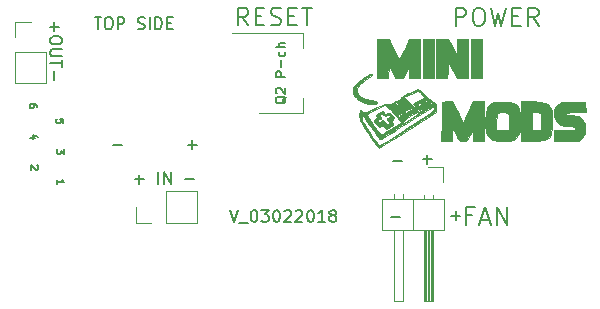
<source format=gto>
G04 #@! TF.FileFunction,Legend,Top*
%FSLAX46Y46*%
G04 Gerber Fmt 4.6, Leading zero omitted, Abs format (unit mm)*
G04 Created by KiCad (PCBNEW 4.0.7) date 03/23/18 08:01:55*
%MOMM*%
%LPD*%
G01*
G04 APERTURE LIST*
%ADD10C,0.127000*%
%ADD11C,0.150000*%
%ADD12C,0.120000*%
%ADD13C,0.010000*%
G04 APERTURE END LIST*
D10*
X149077728Y-107993489D02*
X149839633Y-107993489D01*
X125547168Y-101943209D02*
X126309073Y-101943209D01*
X131856528Y-101874629D02*
X132618433Y-101874629D01*
X132237481Y-102255581D02*
X132237481Y-101493676D01*
D11*
X135455590Y-107402381D02*
X135788923Y-108402381D01*
X136122257Y-107402381D01*
X136217495Y-108497619D02*
X136979400Y-108497619D01*
X137407971Y-107402381D02*
X137503210Y-107402381D01*
X137598448Y-107450000D01*
X137646067Y-107497619D01*
X137693686Y-107592857D01*
X137741305Y-107783333D01*
X137741305Y-108021429D01*
X137693686Y-108211905D01*
X137646067Y-108307143D01*
X137598448Y-108354762D01*
X137503210Y-108402381D01*
X137407971Y-108402381D01*
X137312733Y-108354762D01*
X137265114Y-108307143D01*
X137217495Y-108211905D01*
X137169876Y-108021429D01*
X137169876Y-107783333D01*
X137217495Y-107592857D01*
X137265114Y-107497619D01*
X137312733Y-107450000D01*
X137407971Y-107402381D01*
X138074638Y-107402381D02*
X138693686Y-107402381D01*
X138360352Y-107783333D01*
X138503210Y-107783333D01*
X138598448Y-107830952D01*
X138646067Y-107878571D01*
X138693686Y-107973810D01*
X138693686Y-108211905D01*
X138646067Y-108307143D01*
X138598448Y-108354762D01*
X138503210Y-108402381D01*
X138217495Y-108402381D01*
X138122257Y-108354762D01*
X138074638Y-108307143D01*
X139312733Y-107402381D02*
X139407972Y-107402381D01*
X139503210Y-107450000D01*
X139550829Y-107497619D01*
X139598448Y-107592857D01*
X139646067Y-107783333D01*
X139646067Y-108021429D01*
X139598448Y-108211905D01*
X139550829Y-108307143D01*
X139503210Y-108354762D01*
X139407972Y-108402381D01*
X139312733Y-108402381D01*
X139217495Y-108354762D01*
X139169876Y-108307143D01*
X139122257Y-108211905D01*
X139074638Y-108021429D01*
X139074638Y-107783333D01*
X139122257Y-107592857D01*
X139169876Y-107497619D01*
X139217495Y-107450000D01*
X139312733Y-107402381D01*
X140027019Y-107497619D02*
X140074638Y-107450000D01*
X140169876Y-107402381D01*
X140407972Y-107402381D01*
X140503210Y-107450000D01*
X140550829Y-107497619D01*
X140598448Y-107592857D01*
X140598448Y-107688095D01*
X140550829Y-107830952D01*
X139979400Y-108402381D01*
X140598448Y-108402381D01*
X140979400Y-107497619D02*
X141027019Y-107450000D01*
X141122257Y-107402381D01*
X141360353Y-107402381D01*
X141455591Y-107450000D01*
X141503210Y-107497619D01*
X141550829Y-107592857D01*
X141550829Y-107688095D01*
X141503210Y-107830952D01*
X140931781Y-108402381D01*
X141550829Y-108402381D01*
X142169876Y-107402381D02*
X142265115Y-107402381D01*
X142360353Y-107450000D01*
X142407972Y-107497619D01*
X142455591Y-107592857D01*
X142503210Y-107783333D01*
X142503210Y-108021429D01*
X142455591Y-108211905D01*
X142407972Y-108307143D01*
X142360353Y-108354762D01*
X142265115Y-108402381D01*
X142169876Y-108402381D01*
X142074638Y-108354762D01*
X142027019Y-108307143D01*
X141979400Y-108211905D01*
X141931781Y-108021429D01*
X141931781Y-107783333D01*
X141979400Y-107592857D01*
X142027019Y-107497619D01*
X142074638Y-107450000D01*
X142169876Y-107402381D01*
X143455591Y-108402381D02*
X142884162Y-108402381D01*
X143169876Y-108402381D02*
X143169876Y-107402381D01*
X143074638Y-107545238D01*
X142979400Y-107640476D01*
X142884162Y-107688095D01*
X144027019Y-107830952D02*
X143931781Y-107783333D01*
X143884162Y-107735714D01*
X143836543Y-107640476D01*
X143836543Y-107592857D01*
X143884162Y-107497619D01*
X143931781Y-107450000D01*
X144027019Y-107402381D01*
X144217496Y-107402381D01*
X144312734Y-107450000D01*
X144360353Y-107497619D01*
X144407972Y-107592857D01*
X144407972Y-107640476D01*
X144360353Y-107735714D01*
X144312734Y-107783333D01*
X144217496Y-107830952D01*
X144027019Y-107830952D01*
X143931781Y-107878571D01*
X143884162Y-107926190D01*
X143836543Y-108021429D01*
X143836543Y-108211905D01*
X143884162Y-108307143D01*
X143931781Y-108354762D01*
X144027019Y-108402381D01*
X144217496Y-108402381D01*
X144312734Y-108354762D01*
X144360353Y-108307143D01*
X144407972Y-108211905D01*
X144407972Y-108021429D01*
X144360353Y-107926190D01*
X144312734Y-107878571D01*
X144217496Y-107830952D01*
X123947657Y-91095581D02*
X124519086Y-91095581D01*
X124233371Y-92095581D02*
X124233371Y-91095581D01*
X125042895Y-91095581D02*
X125233372Y-91095581D01*
X125328610Y-91143200D01*
X125423848Y-91238438D01*
X125471467Y-91428914D01*
X125471467Y-91762248D01*
X125423848Y-91952724D01*
X125328610Y-92047962D01*
X125233372Y-92095581D01*
X125042895Y-92095581D01*
X124947657Y-92047962D01*
X124852419Y-91952724D01*
X124804800Y-91762248D01*
X124804800Y-91428914D01*
X124852419Y-91238438D01*
X124947657Y-91143200D01*
X125042895Y-91095581D01*
X125900038Y-92095581D02*
X125900038Y-91095581D01*
X126280991Y-91095581D01*
X126376229Y-91143200D01*
X126423848Y-91190819D01*
X126471467Y-91286057D01*
X126471467Y-91428914D01*
X126423848Y-91524152D01*
X126376229Y-91571771D01*
X126280991Y-91619390D01*
X125900038Y-91619390D01*
X127614324Y-92047962D02*
X127757181Y-92095581D01*
X127995277Y-92095581D01*
X128090515Y-92047962D01*
X128138134Y-92000343D01*
X128185753Y-91905105D01*
X128185753Y-91809867D01*
X128138134Y-91714629D01*
X128090515Y-91667010D01*
X127995277Y-91619390D01*
X127804800Y-91571771D01*
X127709562Y-91524152D01*
X127661943Y-91476533D01*
X127614324Y-91381295D01*
X127614324Y-91286057D01*
X127661943Y-91190819D01*
X127709562Y-91143200D01*
X127804800Y-91095581D01*
X128042896Y-91095581D01*
X128185753Y-91143200D01*
X128614324Y-92095581D02*
X128614324Y-91095581D01*
X129090514Y-92095581D02*
X129090514Y-91095581D01*
X129328609Y-91095581D01*
X129471467Y-91143200D01*
X129566705Y-91238438D01*
X129614324Y-91333676D01*
X129661943Y-91524152D01*
X129661943Y-91667010D01*
X129614324Y-91857486D01*
X129566705Y-91952724D01*
X129471467Y-92047962D01*
X129328609Y-92095581D01*
X129090514Y-92095581D01*
X130090514Y-91571771D02*
X130423848Y-91571771D01*
X130566705Y-92095581D02*
X130090514Y-92095581D01*
X130090514Y-91095581D01*
X130566705Y-91095581D01*
D10*
X119048171Y-98717086D02*
X119048171Y-98602800D01*
X119019600Y-98545657D01*
X118991029Y-98517086D01*
X118905314Y-98459943D01*
X118791029Y-98431372D01*
X118562457Y-98431372D01*
X118505314Y-98459943D01*
X118476743Y-98488515D01*
X118448171Y-98545657D01*
X118448171Y-98659943D01*
X118476743Y-98717086D01*
X118505314Y-98745657D01*
X118562457Y-98774229D01*
X118705314Y-98774229D01*
X118762457Y-98745657D01*
X118791029Y-98717086D01*
X118819600Y-98659943D01*
X118819600Y-98545657D01*
X118791029Y-98488515D01*
X118762457Y-98459943D01*
X118705314Y-98431372D01*
X121308771Y-100015657D02*
X121308771Y-99729943D01*
X121023057Y-99701372D01*
X121051629Y-99729943D01*
X121080200Y-99787086D01*
X121080200Y-99929943D01*
X121051629Y-99987086D01*
X121023057Y-100015657D01*
X120965914Y-100044229D01*
X120823057Y-100044229D01*
X120765914Y-100015657D01*
X120737343Y-99987086D01*
X120708771Y-99929943D01*
X120708771Y-99787086D01*
X120737343Y-99729943D01*
X120765914Y-99701372D01*
X118924371Y-101333286D02*
X118524371Y-101333286D01*
X119152943Y-101190429D02*
X118724371Y-101047572D01*
X118724371Y-101419000D01*
X121359571Y-102263600D02*
X121359571Y-102635029D01*
X121131000Y-102435029D01*
X121131000Y-102520743D01*
X121102429Y-102577886D01*
X121073857Y-102606457D01*
X121016714Y-102635029D01*
X120873857Y-102635029D01*
X120816714Y-102606457D01*
X120788143Y-102577886D01*
X120759571Y-102520743D01*
X120759571Y-102349315D01*
X120788143Y-102292172D01*
X120816714Y-102263600D01*
X119092629Y-103638372D02*
X119121200Y-103666943D01*
X119149771Y-103724086D01*
X119149771Y-103866943D01*
X119121200Y-103924086D01*
X119092629Y-103952657D01*
X119035486Y-103981229D01*
X118978343Y-103981229D01*
X118892629Y-103952657D01*
X118549771Y-103609800D01*
X118549771Y-103981229D01*
X120784971Y-105225829D02*
X120784971Y-104882972D01*
X120784971Y-105054400D02*
X121384971Y-105054400D01*
X121299257Y-104997257D01*
X121242114Y-104940115D01*
X121213543Y-104882972D01*
X149174248Y-103220829D02*
X149936153Y-103220829D01*
X151714248Y-103093829D02*
X152476153Y-103093829D01*
X152095201Y-103474781D02*
X152095201Y-102712876D01*
X127346391Y-104795629D02*
X128108296Y-104795629D01*
X127727344Y-105176581D02*
X127727344Y-104414676D01*
X129346391Y-105176581D02*
X129346391Y-104176581D01*
X129822581Y-105176581D02*
X129822581Y-104176581D01*
X130394010Y-105176581D01*
X130394010Y-104176581D01*
X131632105Y-104795629D02*
X132394010Y-104795629D01*
X120553171Y-91526029D02*
X120553171Y-92287934D01*
X120172219Y-91906982D02*
X120934124Y-91906982D01*
X121172219Y-92954600D02*
X121172219Y-93145077D01*
X121124600Y-93240315D01*
X121029362Y-93335553D01*
X120838886Y-93383172D01*
X120505552Y-93383172D01*
X120315076Y-93335553D01*
X120219838Y-93240315D01*
X120172219Y-93145077D01*
X120172219Y-92954600D01*
X120219838Y-92859362D01*
X120315076Y-92764124D01*
X120505552Y-92716505D01*
X120838886Y-92716505D01*
X121029362Y-92764124D01*
X121124600Y-92859362D01*
X121172219Y-92954600D01*
X121172219Y-93811743D02*
X120362695Y-93811743D01*
X120267457Y-93859362D01*
X120219838Y-93906981D01*
X120172219Y-94002219D01*
X120172219Y-94192696D01*
X120219838Y-94287934D01*
X120267457Y-94335553D01*
X120362695Y-94383172D01*
X121172219Y-94383172D01*
X121172219Y-94716505D02*
X121172219Y-95287934D01*
X120172219Y-95002219D02*
X121172219Y-95002219D01*
X120553171Y-95621267D02*
X120553171Y-96383172D01*
X155925355Y-107860637D02*
X155425355Y-107860637D01*
X155425355Y-108646351D02*
X155425355Y-107146351D01*
X156139641Y-107146351D01*
X156639640Y-108217780D02*
X157353926Y-108217780D01*
X156496783Y-108646351D02*
X156996783Y-107146351D01*
X157496783Y-108646351D01*
X157996783Y-108646351D02*
X157996783Y-107146351D01*
X158853926Y-108646351D01*
X158853926Y-107146351D01*
D11*
X154544034Y-91793451D02*
X154544034Y-90293451D01*
X155115462Y-90293451D01*
X155258320Y-90364880D01*
X155329748Y-90436309D01*
X155401177Y-90579166D01*
X155401177Y-90793451D01*
X155329748Y-90936309D01*
X155258320Y-91007737D01*
X155115462Y-91079166D01*
X154544034Y-91079166D01*
X156329748Y-90293451D02*
X156615462Y-90293451D01*
X156758320Y-90364880D01*
X156901177Y-90507737D01*
X156972605Y-90793451D01*
X156972605Y-91293451D01*
X156901177Y-91579166D01*
X156758320Y-91722023D01*
X156615462Y-91793451D01*
X156329748Y-91793451D01*
X156186891Y-91722023D01*
X156044034Y-91579166D01*
X155972605Y-91293451D01*
X155972605Y-90793451D01*
X156044034Y-90507737D01*
X156186891Y-90364880D01*
X156329748Y-90293451D01*
X157472606Y-90293451D02*
X157829749Y-91793451D01*
X158115463Y-90722023D01*
X158401177Y-91793451D01*
X158758320Y-90293451D01*
X159329749Y-91007737D02*
X159829749Y-91007737D01*
X160044035Y-91793451D02*
X159329749Y-91793451D01*
X159329749Y-90293451D01*
X160044035Y-90293451D01*
X161544035Y-91793451D02*
X161044035Y-91079166D01*
X160686892Y-91793451D02*
X160686892Y-90293451D01*
X161258320Y-90293451D01*
X161401178Y-90364880D01*
X161472606Y-90436309D01*
X161544035Y-90579166D01*
X161544035Y-90793451D01*
X161472606Y-90936309D01*
X161401178Y-91007737D01*
X161258320Y-91079166D01*
X160686892Y-91079166D01*
X136932149Y-91773131D02*
X136432149Y-91058846D01*
X136075006Y-91773131D02*
X136075006Y-90273131D01*
X136646434Y-90273131D01*
X136789292Y-90344560D01*
X136860720Y-90415989D01*
X136932149Y-90558846D01*
X136932149Y-90773131D01*
X136860720Y-90915989D01*
X136789292Y-90987417D01*
X136646434Y-91058846D01*
X136075006Y-91058846D01*
X137575006Y-90987417D02*
X138075006Y-90987417D01*
X138289292Y-91773131D02*
X137575006Y-91773131D01*
X137575006Y-90273131D01*
X138289292Y-90273131D01*
X138860720Y-91701703D02*
X139075006Y-91773131D01*
X139432149Y-91773131D01*
X139575006Y-91701703D01*
X139646435Y-91630274D01*
X139717863Y-91487417D01*
X139717863Y-91344560D01*
X139646435Y-91201703D01*
X139575006Y-91130274D01*
X139432149Y-91058846D01*
X139146435Y-90987417D01*
X139003577Y-90915989D01*
X138932149Y-90844560D01*
X138860720Y-90701703D01*
X138860720Y-90558846D01*
X138932149Y-90415989D01*
X139003577Y-90344560D01*
X139146435Y-90273131D01*
X139503577Y-90273131D01*
X139717863Y-90344560D01*
X140360720Y-90987417D02*
X140860720Y-90987417D01*
X141075006Y-91773131D02*
X140360720Y-91773131D01*
X140360720Y-90273131D01*
X141075006Y-90273131D01*
X141503577Y-90273131D02*
X142360720Y-90273131D01*
X141932149Y-91773131D02*
X141932149Y-90273131D01*
D12*
X132623000Y-108467000D02*
X132623000Y-105807000D01*
X130023000Y-108467000D02*
X132623000Y-108467000D01*
X130023000Y-105807000D02*
X132623000Y-105807000D01*
X130023000Y-108467000D02*
X130023000Y-105807000D01*
X128753000Y-108467000D02*
X127423000Y-108467000D01*
X127423000Y-108467000D02*
X127423000Y-107137000D01*
X117212000Y-96656200D02*
X119872000Y-96656200D01*
X117212000Y-94056200D02*
X117212000Y-96656200D01*
X119872000Y-94056200D02*
X119872000Y-96656200D01*
X117212000Y-94056200D02*
X119872000Y-94056200D01*
X117212000Y-92786200D02*
X117212000Y-91456200D01*
X117212000Y-91456200D02*
X118542000Y-91456200D01*
X153527000Y-106444000D02*
X148327000Y-106444000D01*
X148327000Y-106444000D02*
X148327000Y-109104000D01*
X148327000Y-109104000D02*
X153527000Y-109104000D01*
X153527000Y-109104000D02*
X153527000Y-106444000D01*
X152577000Y-109104000D02*
X152577000Y-115104000D01*
X152577000Y-115104000D02*
X151817000Y-115104000D01*
X151817000Y-115104000D02*
X151817000Y-109104000D01*
X152517000Y-109104000D02*
X152517000Y-115104000D01*
X152397000Y-109104000D02*
X152397000Y-115104000D01*
X152277000Y-109104000D02*
X152277000Y-115104000D01*
X152157000Y-109104000D02*
X152157000Y-115104000D01*
X152037000Y-109104000D02*
X152037000Y-115104000D01*
X151917000Y-109104000D02*
X151917000Y-115104000D01*
X152577000Y-106114000D02*
X152577000Y-106444000D01*
X151817000Y-106114000D02*
X151817000Y-106444000D01*
X150927000Y-106444000D02*
X150927000Y-109104000D01*
X150037000Y-109104000D02*
X150037000Y-115104000D01*
X150037000Y-115104000D02*
X149277000Y-115104000D01*
X149277000Y-115104000D02*
X149277000Y-109104000D01*
X150037000Y-106046929D02*
X150037000Y-106444000D01*
X149277000Y-106046929D02*
X149277000Y-106444000D01*
X152197000Y-103734000D02*
X153467000Y-103734000D01*
X153467000Y-103734000D02*
X153467000Y-105004000D01*
D13*
G36*
X151744952Y-97516224D02*
X152024356Y-97742998D01*
X152295676Y-97971324D01*
X152444310Y-98101719D01*
X152630724Y-98253725D01*
X152773371Y-98340789D01*
X152804143Y-98348800D01*
X152856647Y-98424170D01*
X152885965Y-98613726D01*
X152888331Y-98708634D01*
X152885595Y-99068467D01*
X150513313Y-100592467D01*
X149943107Y-100957449D01*
X149416091Y-101292241D01*
X148949695Y-101585969D01*
X148561348Y-101827756D01*
X148268482Y-102006728D01*
X148088525Y-102112009D01*
X148039548Y-102135957D01*
X147960731Y-102075682D01*
X147807173Y-101896497D01*
X147596628Y-101621333D01*
X147346847Y-101273119D01*
X147154638Y-100992957D01*
X146863752Y-100558387D01*
X146655343Y-100235144D01*
X146515736Y-99995169D01*
X146431256Y-99810402D01*
X146388228Y-99652783D01*
X146378249Y-99549046D01*
X146555873Y-99549046D01*
X146561294Y-99678301D01*
X146611504Y-99837596D01*
X146719401Y-100051375D01*
X146897883Y-100344082D01*
X147159848Y-100740160D01*
X147269842Y-100902157D01*
X147526236Y-101274893D01*
X147748954Y-101592557D01*
X147920918Y-101831273D01*
X148025052Y-101967167D01*
X148047551Y-101989467D01*
X148124786Y-101945222D01*
X148327123Y-101819695D01*
X148637564Y-101623694D01*
X149039111Y-101368030D01*
X149514764Y-101063511D01*
X150047525Y-100720946D01*
X150402748Y-100491809D01*
X151050889Y-100071688D01*
X151569261Y-99731503D01*
X151971552Y-99461222D01*
X152271446Y-99250809D01*
X152482631Y-99090230D01*
X152618791Y-98969452D01*
X152693613Y-98878439D01*
X152720782Y-98807158D01*
X152721733Y-98791571D01*
X152721733Y-98588989D01*
X152404233Y-98783140D01*
X152249270Y-98879493D01*
X151973610Y-99052552D01*
X151599516Y-99288271D01*
X151149252Y-99572606D01*
X150645082Y-99891509D01*
X150109270Y-100230937D01*
X150104784Y-100233781D01*
X149587304Y-100558209D01*
X149116650Y-100846319D01*
X148711474Y-101087254D01*
X148390425Y-101270156D01*
X148172153Y-101384167D01*
X148075310Y-101418431D01*
X148072784Y-101416743D01*
X148008756Y-101324439D01*
X147996341Y-101306621D01*
X148170492Y-101306621D01*
X148182073Y-101312134D01*
X148259338Y-101252530D01*
X148276733Y-101227467D01*
X148298308Y-101148313D01*
X148286727Y-101142800D01*
X148209461Y-101202404D01*
X148192067Y-101227467D01*
X148170492Y-101306621D01*
X147996341Y-101306621D01*
X147878352Y-101137288D01*
X148424492Y-101137288D01*
X148436073Y-101142800D01*
X148513338Y-101083197D01*
X148530733Y-101058134D01*
X148552308Y-100978979D01*
X148540727Y-100973467D01*
X148463461Y-101033070D01*
X148446067Y-101058134D01*
X148424492Y-101137288D01*
X147878352Y-101137288D01*
X147866174Y-101119811D01*
X147663496Y-100829322D01*
X147438986Y-100507800D01*
X147557067Y-100507800D01*
X147599400Y-100550134D01*
X147641733Y-100507800D01*
X147599400Y-100465467D01*
X147557067Y-100507800D01*
X147438986Y-100507800D01*
X147419180Y-100479436D01*
X147303067Y-100313230D01*
X147261304Y-100253800D01*
X147387733Y-100253800D01*
X147430067Y-100296134D01*
X147472400Y-100253800D01*
X147430067Y-100211467D01*
X147387733Y-100253800D01*
X147261304Y-100253800D01*
X147025989Y-99918945D01*
X146838624Y-99661134D01*
X146964400Y-99661134D01*
X147006733Y-99703467D01*
X147049067Y-99661134D01*
X147006733Y-99618800D01*
X146964400Y-99661134D01*
X146838624Y-99661134D01*
X146829926Y-99649166D01*
X146700091Y-99488771D01*
X146621698Y-99422639D01*
X146579961Y-99435648D01*
X146560095Y-99512674D01*
X146555873Y-99549046D01*
X146378249Y-99549046D01*
X146372977Y-99494253D01*
X146371767Y-99407134D01*
X146795067Y-99407134D01*
X146837400Y-99449467D01*
X146879733Y-99407134D01*
X146837400Y-99364800D01*
X146795067Y-99407134D01*
X146371767Y-99407134D01*
X146371472Y-99385967D01*
X146378378Y-99286173D01*
X146964400Y-99286173D01*
X147009914Y-99371424D01*
X147134087Y-99566925D01*
X147318364Y-99844281D01*
X147544193Y-100175093D01*
X147562325Y-100201321D01*
X148160249Y-101065445D01*
X148371453Y-100937091D01*
X148657733Y-100937091D01*
X148719958Y-100936516D01*
X148827067Y-100888800D01*
X148960125Y-100801364D01*
X148996400Y-100755842D01*
X148934175Y-100756418D01*
X148827067Y-100804134D01*
X148694008Y-100891570D01*
X148657733Y-100937091D01*
X148371453Y-100937091D01*
X148472491Y-100875688D01*
X148701004Y-100736142D01*
X148737171Y-100713954D01*
X149101825Y-100713954D01*
X149113406Y-100719467D01*
X149190672Y-100659863D01*
X149208067Y-100634800D01*
X149229641Y-100555646D01*
X149218060Y-100550134D01*
X149140795Y-100609737D01*
X149123400Y-100634800D01*
X149101825Y-100713954D01*
X148737171Y-100713954D01*
X149009882Y-100546654D01*
X149073016Y-100507800D01*
X149335067Y-100507800D01*
X149377400Y-100550134D01*
X149419733Y-100507800D01*
X149377400Y-100465467D01*
X149335067Y-100507800D01*
X149073016Y-100507800D01*
X149335441Y-100346301D01*
X149348145Y-100338467D01*
X149589067Y-100338467D01*
X149631400Y-100380800D01*
X149673733Y-100338467D01*
X149631400Y-100296134D01*
X149589067Y-100338467D01*
X149348145Y-100338467D01*
X149361266Y-100330377D01*
X149485435Y-100253800D01*
X149758400Y-100253800D01*
X149800733Y-100296134D01*
X149843067Y-100253800D01*
X149800733Y-100211467D01*
X149758400Y-100253800D01*
X149485435Y-100253800D01*
X149937798Y-99974822D01*
X149741060Y-99745800D01*
X149927733Y-99745800D01*
X149970067Y-99788134D01*
X150012400Y-99745800D01*
X149970067Y-99703467D01*
X149927733Y-99745800D01*
X149741060Y-99745800D01*
X149657599Y-99648645D01*
X149461740Y-99433235D01*
X149370159Y-99343168D01*
X149607923Y-99343168D01*
X149611897Y-99412073D01*
X149655207Y-99470634D01*
X149787765Y-99599172D01*
X149837480Y-99592617D01*
X149812449Y-99491800D01*
X149817464Y-99383133D01*
X149860224Y-99364800D01*
X149992122Y-99312499D01*
X150116735Y-99220000D01*
X150246016Y-99126082D01*
X150329664Y-99155007D01*
X150364222Y-99198833D01*
X150427418Y-99276771D01*
X150416071Y-99209146D01*
X150410438Y-99190962D01*
X150450352Y-99056498D01*
X150563235Y-98983800D01*
X150859067Y-98983800D01*
X150901400Y-99026134D01*
X150943733Y-98983800D01*
X150901400Y-98941467D01*
X150859067Y-98983800D01*
X150563235Y-98983800D01*
X150614117Y-98951032D01*
X150705933Y-98899134D01*
X151028400Y-98899134D01*
X151070733Y-98941467D01*
X151113067Y-98899134D01*
X151070733Y-98856800D01*
X151028400Y-98899134D01*
X150705933Y-98899134D01*
X150784314Y-98854830D01*
X150858924Y-98771340D01*
X150859067Y-98768746D01*
X150788908Y-98768886D01*
X150601277Y-98831852D01*
X150330440Y-98945312D01*
X150192418Y-99008676D01*
X149874483Y-99161850D01*
X149687551Y-99266553D01*
X149607923Y-99343168D01*
X149370159Y-99343168D01*
X149285081Y-99259498D01*
X149223546Y-99207849D01*
X149120449Y-99070108D01*
X149119092Y-99033672D01*
X149250400Y-99033672D01*
X149319114Y-99022509D01*
X149502529Y-98945418D01*
X149766552Y-98817307D01*
X149885400Y-98756004D01*
X150173559Y-98601004D01*
X150393437Y-98475109D01*
X150510258Y-98398542D01*
X150520400Y-98386725D01*
X150450711Y-98404616D01*
X150264880Y-98483912D01*
X149997759Y-98609373D01*
X149885400Y-98664393D01*
X149595397Y-98814008D01*
X149374900Y-98939413D01*
X149259429Y-99019951D01*
X149250400Y-99033672D01*
X149119092Y-99033672D01*
X149116743Y-98970618D01*
X149117632Y-98890696D01*
X149076049Y-98902234D01*
X148964359Y-98884705D01*
X148804094Y-98771141D01*
X148777001Y-98745159D01*
X148735644Y-98703802D01*
X148996844Y-98703802D01*
X149067266Y-98700297D01*
X149254328Y-98638252D01*
X149521046Y-98530354D01*
X149589067Y-98500696D01*
X149870973Y-98368272D01*
X150080166Y-98254938D01*
X150178661Y-98181653D01*
X150181733Y-98173649D01*
X150111458Y-98174750D01*
X149925122Y-98236237D01*
X149659463Y-98345511D01*
X149589510Y-98376755D01*
X149308280Y-98511257D01*
X149099243Y-98624672D01*
X149000151Y-98696168D01*
X148996844Y-98703802D01*
X148735644Y-98703802D01*
X148565697Y-98533855D01*
X147765048Y-98884503D01*
X147433018Y-99034539D01*
X147168201Y-99162999D01*
X147003163Y-99253546D01*
X146964400Y-99286173D01*
X146378378Y-99286173D01*
X146391490Y-99096720D01*
X146447586Y-98956727D01*
X146534454Y-98972969D01*
X146607519Y-99075247D01*
X146657331Y-99123422D01*
X146749662Y-99129828D01*
X146910620Y-99086992D01*
X147166312Y-98987442D01*
X147542845Y-98823705D01*
X147643741Y-98778663D01*
X148080484Y-98589658D01*
X148384595Y-98474506D01*
X148573078Y-98427787D01*
X148662933Y-98444082D01*
X148669083Y-98451831D01*
X148768580Y-98467153D01*
X148968696Y-98415420D01*
X149224989Y-98316926D01*
X149493013Y-98191966D01*
X149728326Y-98060836D01*
X149886482Y-97943831D01*
X149927733Y-97877067D01*
X149931453Y-97873186D01*
X150076252Y-97873186D01*
X150277159Y-98026708D01*
X150444792Y-98162081D01*
X150684551Y-98364287D01*
X150922567Y-98570388D01*
X151202800Y-98832160D01*
X151344827Y-99005504D01*
X151351844Y-99095157D01*
X151287290Y-99110800D01*
X151154490Y-99156530D01*
X150940842Y-99274593D01*
X150688052Y-99436296D01*
X150437827Y-99612950D01*
X150231873Y-99775862D01*
X150111899Y-99896340D01*
X150097067Y-99929587D01*
X150144989Y-100007621D01*
X150202900Y-99989711D01*
X150323649Y-99916018D01*
X150542421Y-99780466D01*
X150813806Y-99611199D01*
X150837900Y-99596124D01*
X151094265Y-99427017D01*
X151282244Y-99286502D01*
X151365762Y-99201845D01*
X151367067Y-99196192D01*
X151431746Y-99110604D01*
X151592168Y-98984419D01*
X151642233Y-98951208D01*
X151800274Y-98840486D01*
X151852711Y-98786128D01*
X151917400Y-98786128D01*
X152213733Y-98594882D01*
X152402720Y-98472834D01*
X152519197Y-98397461D01*
X152533279Y-98388284D01*
X152496124Y-98331334D01*
X152411193Y-98255032D01*
X152311982Y-98183383D01*
X152319596Y-98225460D01*
X152335274Y-98252346D01*
X152326764Y-98391441D01*
X152161027Y-98576844D01*
X151917400Y-98786128D01*
X151852711Y-98786128D01*
X151860225Y-98778339D01*
X151852751Y-98773560D01*
X151736639Y-98812934D01*
X151622778Y-98875380D01*
X151498308Y-98924771D01*
X151374236Y-98881668D01*
X151200593Y-98732540D01*
X151116363Y-98645134D01*
X151705733Y-98645134D01*
X151748067Y-98687467D01*
X151790400Y-98645134D01*
X151748067Y-98602800D01*
X151705733Y-98645134D01*
X151116363Y-98645134D01*
X151041222Y-98567160D01*
X150951189Y-98449112D01*
X150943733Y-98428006D01*
X150960383Y-98411942D01*
X151323533Y-98411942D01*
X151369616Y-98540293D01*
X151455795Y-98602800D01*
X151560086Y-98541221D01*
X151584583Y-98508667D01*
X151576371Y-98399490D01*
X151475736Y-98314130D01*
X151355440Y-98313679D01*
X151353640Y-98314765D01*
X151323533Y-98411942D01*
X150960383Y-98411942D01*
X151012786Y-98361385D01*
X151192593Y-98246278D01*
X151313248Y-98179467D01*
X151875067Y-98179467D01*
X151943643Y-98254581D01*
X152002067Y-98264134D01*
X152114738Y-98218416D01*
X152129067Y-98179467D01*
X152060490Y-98104352D01*
X152002067Y-98094800D01*
X151889395Y-98140518D01*
X151875067Y-98179467D01*
X151313248Y-98179467D01*
X151409181Y-98126346D01*
X151647939Y-97988203D01*
X151806482Y-97870492D01*
X151849052Y-97805748D01*
X151770022Y-97707160D01*
X151608498Y-97564333D01*
X151574105Y-97537460D01*
X151324733Y-97346556D01*
X150700493Y-97609871D01*
X150076252Y-97873186D01*
X149931453Y-97873186D01*
X150000481Y-97801186D01*
X150195117Y-97682972D01*
X150476228Y-97542784D01*
X150623119Y-97477261D01*
X151318504Y-97177809D01*
X151744952Y-97516224D01*
X151744952Y-97516224D01*
G37*
X151744952Y-97516224D02*
X152024356Y-97742998D01*
X152295676Y-97971324D01*
X152444310Y-98101719D01*
X152630724Y-98253725D01*
X152773371Y-98340789D01*
X152804143Y-98348800D01*
X152856647Y-98424170D01*
X152885965Y-98613726D01*
X152888331Y-98708634D01*
X152885595Y-99068467D01*
X150513313Y-100592467D01*
X149943107Y-100957449D01*
X149416091Y-101292241D01*
X148949695Y-101585969D01*
X148561348Y-101827756D01*
X148268482Y-102006728D01*
X148088525Y-102112009D01*
X148039548Y-102135957D01*
X147960731Y-102075682D01*
X147807173Y-101896497D01*
X147596628Y-101621333D01*
X147346847Y-101273119D01*
X147154638Y-100992957D01*
X146863752Y-100558387D01*
X146655343Y-100235144D01*
X146515736Y-99995169D01*
X146431256Y-99810402D01*
X146388228Y-99652783D01*
X146378249Y-99549046D01*
X146555873Y-99549046D01*
X146561294Y-99678301D01*
X146611504Y-99837596D01*
X146719401Y-100051375D01*
X146897883Y-100344082D01*
X147159848Y-100740160D01*
X147269842Y-100902157D01*
X147526236Y-101274893D01*
X147748954Y-101592557D01*
X147920918Y-101831273D01*
X148025052Y-101967167D01*
X148047551Y-101989467D01*
X148124786Y-101945222D01*
X148327123Y-101819695D01*
X148637564Y-101623694D01*
X149039111Y-101368030D01*
X149514764Y-101063511D01*
X150047525Y-100720946D01*
X150402748Y-100491809D01*
X151050889Y-100071688D01*
X151569261Y-99731503D01*
X151971552Y-99461222D01*
X152271446Y-99250809D01*
X152482631Y-99090230D01*
X152618791Y-98969452D01*
X152693613Y-98878439D01*
X152720782Y-98807158D01*
X152721733Y-98791571D01*
X152721733Y-98588989D01*
X152404233Y-98783140D01*
X152249270Y-98879493D01*
X151973610Y-99052552D01*
X151599516Y-99288271D01*
X151149252Y-99572606D01*
X150645082Y-99891509D01*
X150109270Y-100230937D01*
X150104784Y-100233781D01*
X149587304Y-100558209D01*
X149116650Y-100846319D01*
X148711474Y-101087254D01*
X148390425Y-101270156D01*
X148172153Y-101384167D01*
X148075310Y-101418431D01*
X148072784Y-101416743D01*
X148008756Y-101324439D01*
X147996341Y-101306621D01*
X148170492Y-101306621D01*
X148182073Y-101312134D01*
X148259338Y-101252530D01*
X148276733Y-101227467D01*
X148298308Y-101148313D01*
X148286727Y-101142800D01*
X148209461Y-101202404D01*
X148192067Y-101227467D01*
X148170492Y-101306621D01*
X147996341Y-101306621D01*
X147878352Y-101137288D01*
X148424492Y-101137288D01*
X148436073Y-101142800D01*
X148513338Y-101083197D01*
X148530733Y-101058134D01*
X148552308Y-100978979D01*
X148540727Y-100973467D01*
X148463461Y-101033070D01*
X148446067Y-101058134D01*
X148424492Y-101137288D01*
X147878352Y-101137288D01*
X147866174Y-101119811D01*
X147663496Y-100829322D01*
X147438986Y-100507800D01*
X147557067Y-100507800D01*
X147599400Y-100550134D01*
X147641733Y-100507800D01*
X147599400Y-100465467D01*
X147557067Y-100507800D01*
X147438986Y-100507800D01*
X147419180Y-100479436D01*
X147303067Y-100313230D01*
X147261304Y-100253800D01*
X147387733Y-100253800D01*
X147430067Y-100296134D01*
X147472400Y-100253800D01*
X147430067Y-100211467D01*
X147387733Y-100253800D01*
X147261304Y-100253800D01*
X147025989Y-99918945D01*
X146838624Y-99661134D01*
X146964400Y-99661134D01*
X147006733Y-99703467D01*
X147049067Y-99661134D01*
X147006733Y-99618800D01*
X146964400Y-99661134D01*
X146838624Y-99661134D01*
X146829926Y-99649166D01*
X146700091Y-99488771D01*
X146621698Y-99422639D01*
X146579961Y-99435648D01*
X146560095Y-99512674D01*
X146555873Y-99549046D01*
X146378249Y-99549046D01*
X146372977Y-99494253D01*
X146371767Y-99407134D01*
X146795067Y-99407134D01*
X146837400Y-99449467D01*
X146879733Y-99407134D01*
X146837400Y-99364800D01*
X146795067Y-99407134D01*
X146371767Y-99407134D01*
X146371472Y-99385967D01*
X146378378Y-99286173D01*
X146964400Y-99286173D01*
X147009914Y-99371424D01*
X147134087Y-99566925D01*
X147318364Y-99844281D01*
X147544193Y-100175093D01*
X147562325Y-100201321D01*
X148160249Y-101065445D01*
X148371453Y-100937091D01*
X148657733Y-100937091D01*
X148719958Y-100936516D01*
X148827067Y-100888800D01*
X148960125Y-100801364D01*
X148996400Y-100755842D01*
X148934175Y-100756418D01*
X148827067Y-100804134D01*
X148694008Y-100891570D01*
X148657733Y-100937091D01*
X148371453Y-100937091D01*
X148472491Y-100875688D01*
X148701004Y-100736142D01*
X148737171Y-100713954D01*
X149101825Y-100713954D01*
X149113406Y-100719467D01*
X149190672Y-100659863D01*
X149208067Y-100634800D01*
X149229641Y-100555646D01*
X149218060Y-100550134D01*
X149140795Y-100609737D01*
X149123400Y-100634800D01*
X149101825Y-100713954D01*
X148737171Y-100713954D01*
X149009882Y-100546654D01*
X149073016Y-100507800D01*
X149335067Y-100507800D01*
X149377400Y-100550134D01*
X149419733Y-100507800D01*
X149377400Y-100465467D01*
X149335067Y-100507800D01*
X149073016Y-100507800D01*
X149335441Y-100346301D01*
X149348145Y-100338467D01*
X149589067Y-100338467D01*
X149631400Y-100380800D01*
X149673733Y-100338467D01*
X149631400Y-100296134D01*
X149589067Y-100338467D01*
X149348145Y-100338467D01*
X149361266Y-100330377D01*
X149485435Y-100253800D01*
X149758400Y-100253800D01*
X149800733Y-100296134D01*
X149843067Y-100253800D01*
X149800733Y-100211467D01*
X149758400Y-100253800D01*
X149485435Y-100253800D01*
X149937798Y-99974822D01*
X149741060Y-99745800D01*
X149927733Y-99745800D01*
X149970067Y-99788134D01*
X150012400Y-99745800D01*
X149970067Y-99703467D01*
X149927733Y-99745800D01*
X149741060Y-99745800D01*
X149657599Y-99648645D01*
X149461740Y-99433235D01*
X149370159Y-99343168D01*
X149607923Y-99343168D01*
X149611897Y-99412073D01*
X149655207Y-99470634D01*
X149787765Y-99599172D01*
X149837480Y-99592617D01*
X149812449Y-99491800D01*
X149817464Y-99383133D01*
X149860224Y-99364800D01*
X149992122Y-99312499D01*
X150116735Y-99220000D01*
X150246016Y-99126082D01*
X150329664Y-99155007D01*
X150364222Y-99198833D01*
X150427418Y-99276771D01*
X150416071Y-99209146D01*
X150410438Y-99190962D01*
X150450352Y-99056498D01*
X150563235Y-98983800D01*
X150859067Y-98983800D01*
X150901400Y-99026134D01*
X150943733Y-98983800D01*
X150901400Y-98941467D01*
X150859067Y-98983800D01*
X150563235Y-98983800D01*
X150614117Y-98951032D01*
X150705933Y-98899134D01*
X151028400Y-98899134D01*
X151070733Y-98941467D01*
X151113067Y-98899134D01*
X151070733Y-98856800D01*
X151028400Y-98899134D01*
X150705933Y-98899134D01*
X150784314Y-98854830D01*
X150858924Y-98771340D01*
X150859067Y-98768746D01*
X150788908Y-98768886D01*
X150601277Y-98831852D01*
X150330440Y-98945312D01*
X150192418Y-99008676D01*
X149874483Y-99161850D01*
X149687551Y-99266553D01*
X149607923Y-99343168D01*
X149370159Y-99343168D01*
X149285081Y-99259498D01*
X149223546Y-99207849D01*
X149120449Y-99070108D01*
X149119092Y-99033672D01*
X149250400Y-99033672D01*
X149319114Y-99022509D01*
X149502529Y-98945418D01*
X149766552Y-98817307D01*
X149885400Y-98756004D01*
X150173559Y-98601004D01*
X150393437Y-98475109D01*
X150510258Y-98398542D01*
X150520400Y-98386725D01*
X150450711Y-98404616D01*
X150264880Y-98483912D01*
X149997759Y-98609373D01*
X149885400Y-98664393D01*
X149595397Y-98814008D01*
X149374900Y-98939413D01*
X149259429Y-99019951D01*
X149250400Y-99033672D01*
X149119092Y-99033672D01*
X149116743Y-98970618D01*
X149117632Y-98890696D01*
X149076049Y-98902234D01*
X148964359Y-98884705D01*
X148804094Y-98771141D01*
X148777001Y-98745159D01*
X148735644Y-98703802D01*
X148996844Y-98703802D01*
X149067266Y-98700297D01*
X149254328Y-98638252D01*
X149521046Y-98530354D01*
X149589067Y-98500696D01*
X149870973Y-98368272D01*
X150080166Y-98254938D01*
X150178661Y-98181653D01*
X150181733Y-98173649D01*
X150111458Y-98174750D01*
X149925122Y-98236237D01*
X149659463Y-98345511D01*
X149589510Y-98376755D01*
X149308280Y-98511257D01*
X149099243Y-98624672D01*
X149000151Y-98696168D01*
X148996844Y-98703802D01*
X148735644Y-98703802D01*
X148565697Y-98533855D01*
X147765048Y-98884503D01*
X147433018Y-99034539D01*
X147168201Y-99162999D01*
X147003163Y-99253546D01*
X146964400Y-99286173D01*
X146378378Y-99286173D01*
X146391490Y-99096720D01*
X146447586Y-98956727D01*
X146534454Y-98972969D01*
X146607519Y-99075247D01*
X146657331Y-99123422D01*
X146749662Y-99129828D01*
X146910620Y-99086992D01*
X147166312Y-98987442D01*
X147542845Y-98823705D01*
X147643741Y-98778663D01*
X148080484Y-98589658D01*
X148384595Y-98474506D01*
X148573078Y-98427787D01*
X148662933Y-98444082D01*
X148669083Y-98451831D01*
X148768580Y-98467153D01*
X148968696Y-98415420D01*
X149224989Y-98316926D01*
X149493013Y-98191966D01*
X149728326Y-98060836D01*
X149886482Y-97943831D01*
X149927733Y-97877067D01*
X149931453Y-97873186D01*
X150076252Y-97873186D01*
X150277159Y-98026708D01*
X150444792Y-98162081D01*
X150684551Y-98364287D01*
X150922567Y-98570388D01*
X151202800Y-98832160D01*
X151344827Y-99005504D01*
X151351844Y-99095157D01*
X151287290Y-99110800D01*
X151154490Y-99156530D01*
X150940842Y-99274593D01*
X150688052Y-99436296D01*
X150437827Y-99612950D01*
X150231873Y-99775862D01*
X150111899Y-99896340D01*
X150097067Y-99929587D01*
X150144989Y-100007621D01*
X150202900Y-99989711D01*
X150323649Y-99916018D01*
X150542421Y-99780466D01*
X150813806Y-99611199D01*
X150837900Y-99596124D01*
X151094265Y-99427017D01*
X151282244Y-99286502D01*
X151365762Y-99201845D01*
X151367067Y-99196192D01*
X151431746Y-99110604D01*
X151592168Y-98984419D01*
X151642233Y-98951208D01*
X151800274Y-98840486D01*
X151852711Y-98786128D01*
X151917400Y-98786128D01*
X152213733Y-98594882D01*
X152402720Y-98472834D01*
X152519197Y-98397461D01*
X152533279Y-98388284D01*
X152496124Y-98331334D01*
X152411193Y-98255032D01*
X152311982Y-98183383D01*
X152319596Y-98225460D01*
X152335274Y-98252346D01*
X152326764Y-98391441D01*
X152161027Y-98576844D01*
X151917400Y-98786128D01*
X151852711Y-98786128D01*
X151860225Y-98778339D01*
X151852751Y-98773560D01*
X151736639Y-98812934D01*
X151622778Y-98875380D01*
X151498308Y-98924771D01*
X151374236Y-98881668D01*
X151200593Y-98732540D01*
X151116363Y-98645134D01*
X151705733Y-98645134D01*
X151748067Y-98687467D01*
X151790400Y-98645134D01*
X151748067Y-98602800D01*
X151705733Y-98645134D01*
X151116363Y-98645134D01*
X151041222Y-98567160D01*
X150951189Y-98449112D01*
X150943733Y-98428006D01*
X150960383Y-98411942D01*
X151323533Y-98411942D01*
X151369616Y-98540293D01*
X151455795Y-98602800D01*
X151560086Y-98541221D01*
X151584583Y-98508667D01*
X151576371Y-98399490D01*
X151475736Y-98314130D01*
X151355440Y-98313679D01*
X151353640Y-98314765D01*
X151323533Y-98411942D01*
X150960383Y-98411942D01*
X151012786Y-98361385D01*
X151192593Y-98246278D01*
X151313248Y-98179467D01*
X151875067Y-98179467D01*
X151943643Y-98254581D01*
X152002067Y-98264134D01*
X152114738Y-98218416D01*
X152129067Y-98179467D01*
X152060490Y-98104352D01*
X152002067Y-98094800D01*
X151889395Y-98140518D01*
X151875067Y-98179467D01*
X151313248Y-98179467D01*
X151409181Y-98126346D01*
X151647939Y-97988203D01*
X151806482Y-97870492D01*
X151849052Y-97805748D01*
X151770022Y-97707160D01*
X151608498Y-97564333D01*
X151574105Y-97537460D01*
X151324733Y-97346556D01*
X150700493Y-97609871D01*
X150076252Y-97873186D01*
X149931453Y-97873186D01*
X150000481Y-97801186D01*
X150195117Y-97682972D01*
X150476228Y-97542784D01*
X150623119Y-97477261D01*
X151318504Y-97177809D01*
X151744952Y-97516224D01*
G36*
X154693865Y-99120210D02*
X155139221Y-100069898D01*
X155582581Y-99124682D01*
X156025941Y-98179467D01*
X156955067Y-98179467D01*
X156955067Y-101566134D01*
X156023733Y-101566134D01*
X156018650Y-101036967D01*
X156013568Y-100507800D01*
X155746569Y-101036967D01*
X155602394Y-101313796D01*
X155494473Y-101471971D01*
X155384123Y-101544686D01*
X155232660Y-101565135D01*
X155129900Y-101566134D01*
X154948977Y-101560555D01*
X154826819Y-101522157D01*
X154728395Y-101418449D01*
X154618676Y-101216937D01*
X154603667Y-101185134D01*
X155092400Y-101185134D01*
X155134733Y-101227467D01*
X155177067Y-101185134D01*
X155134733Y-101142800D01*
X155092400Y-101185134D01*
X154603667Y-101185134D01*
X154513757Y-100994634D01*
X154247284Y-100423134D01*
X154246508Y-100994634D01*
X154245733Y-101566134D01*
X153310820Y-101566134D01*
X153333777Y-99893967D01*
X153356733Y-98221800D01*
X153802621Y-98196161D01*
X154248508Y-98170521D01*
X154693865Y-99120210D01*
X154693865Y-99120210D01*
G37*
X154693865Y-99120210D02*
X155139221Y-100069898D01*
X155582581Y-99124682D01*
X156025941Y-98179467D01*
X156955067Y-98179467D01*
X156955067Y-101566134D01*
X156023733Y-101566134D01*
X156018650Y-101036967D01*
X156013568Y-100507800D01*
X155746569Y-101036967D01*
X155602394Y-101313796D01*
X155494473Y-101471971D01*
X155384123Y-101544686D01*
X155232660Y-101565135D01*
X155129900Y-101566134D01*
X154948977Y-101560555D01*
X154826819Y-101522157D01*
X154728395Y-101418449D01*
X154618676Y-101216937D01*
X154603667Y-101185134D01*
X155092400Y-101185134D01*
X155134733Y-101227467D01*
X155177067Y-101185134D01*
X155134733Y-101142800D01*
X155092400Y-101185134D01*
X154603667Y-101185134D01*
X154513757Y-100994634D01*
X154247284Y-100423134D01*
X154246508Y-100994634D01*
X154245733Y-101566134D01*
X153310820Y-101566134D01*
X153333777Y-99893967D01*
X153356733Y-98221800D01*
X153802621Y-98196161D01*
X154248508Y-98170521D01*
X154693865Y-99120210D01*
G36*
X159011501Y-98251441D02*
X159403055Y-98353262D01*
X159677225Y-98546605D01*
X159853786Y-98850815D01*
X159952510Y-99285237D01*
X159986665Y-99693035D01*
X159988461Y-100283669D01*
X159926572Y-100738478D01*
X159795150Y-101080789D01*
X159588347Y-101333927D01*
X159571638Y-101348286D01*
X159433577Y-101452436D01*
X159291932Y-101516729D01*
X159102104Y-101550451D01*
X158819490Y-101562886D01*
X158536070Y-101563881D01*
X158103110Y-101552414D01*
X157801353Y-101517386D01*
X157593647Y-101453410D01*
X157527046Y-101417561D01*
X157320993Y-101248431D01*
X157228559Y-101100467D01*
X159071733Y-101100467D01*
X159114067Y-101142800D01*
X159156400Y-101100467D01*
X159114067Y-101058134D01*
X159071733Y-101100467D01*
X157228559Y-101100467D01*
X157178551Y-101020418D01*
X157090525Y-100704451D01*
X157047718Y-100271457D01*
X157040506Y-99915134D01*
X157493119Y-99915134D01*
X157496255Y-100196716D01*
X157504340Y-100349216D01*
X157516019Y-100357648D01*
X157525404Y-100272412D01*
X157538216Y-99933504D01*
X157538102Y-99928232D01*
X157971067Y-99928232D01*
X157971067Y-100642880D01*
X158500233Y-100617674D01*
X159029400Y-100592467D01*
X159054434Y-99970802D01*
X159056244Y-99578066D01*
X159012927Y-99324037D01*
X158908319Y-99180583D01*
X158726256Y-99119572D01*
X158560291Y-99110800D01*
X158288974Y-99118642D01*
X158117047Y-99163107D01*
X158021869Y-99275603D01*
X157980801Y-99487539D01*
X157971203Y-99830324D01*
X157971067Y-99928232D01*
X157538102Y-99928232D01*
X157530771Y-99590438D01*
X157524935Y-99510412D01*
X157511387Y-99431250D01*
X157500738Y-99504120D01*
X157494345Y-99711726D01*
X157493119Y-99915134D01*
X157040506Y-99915134D01*
X157039733Y-99876967D01*
X157061210Y-99301934D01*
X157136945Y-98872628D01*
X157283893Y-98569601D01*
X157519009Y-98373406D01*
X157859248Y-98264596D01*
X158321565Y-98223723D01*
X158482790Y-98221800D01*
X159011501Y-98251441D01*
X159011501Y-98251441D01*
G37*
X159011501Y-98251441D02*
X159403055Y-98353262D01*
X159677225Y-98546605D01*
X159853786Y-98850815D01*
X159952510Y-99285237D01*
X159986665Y-99693035D01*
X159988461Y-100283669D01*
X159926572Y-100738478D01*
X159795150Y-101080789D01*
X159588347Y-101333927D01*
X159571638Y-101348286D01*
X159433577Y-101452436D01*
X159291932Y-101516729D01*
X159102104Y-101550451D01*
X158819490Y-101562886D01*
X158536070Y-101563881D01*
X158103110Y-101552414D01*
X157801353Y-101517386D01*
X157593647Y-101453410D01*
X157527046Y-101417561D01*
X157320993Y-101248431D01*
X157228559Y-101100467D01*
X159071733Y-101100467D01*
X159114067Y-101142800D01*
X159156400Y-101100467D01*
X159114067Y-101058134D01*
X159071733Y-101100467D01*
X157228559Y-101100467D01*
X157178551Y-101020418D01*
X157090525Y-100704451D01*
X157047718Y-100271457D01*
X157040506Y-99915134D01*
X157493119Y-99915134D01*
X157496255Y-100196716D01*
X157504340Y-100349216D01*
X157516019Y-100357648D01*
X157525404Y-100272412D01*
X157538216Y-99933504D01*
X157538102Y-99928232D01*
X157971067Y-99928232D01*
X157971067Y-100642880D01*
X158500233Y-100617674D01*
X159029400Y-100592467D01*
X159054434Y-99970802D01*
X159056244Y-99578066D01*
X159012927Y-99324037D01*
X158908319Y-99180583D01*
X158726256Y-99119572D01*
X158560291Y-99110800D01*
X158288974Y-99118642D01*
X158117047Y-99163107D01*
X158021869Y-99275603D01*
X157980801Y-99487539D01*
X157971203Y-99830324D01*
X157971067Y-99928232D01*
X157538102Y-99928232D01*
X157530771Y-99590438D01*
X157524935Y-99510412D01*
X157511387Y-99431250D01*
X157500738Y-99504120D01*
X157494345Y-99711726D01*
X157493119Y-99915134D01*
X157040506Y-99915134D01*
X157039733Y-99876967D01*
X157061210Y-99301934D01*
X157136945Y-98872628D01*
X157283893Y-98569601D01*
X157519009Y-98373406D01*
X157859248Y-98264596D01*
X158321565Y-98223723D01*
X158482790Y-98221800D01*
X159011501Y-98251441D01*
G36*
X161040233Y-98193658D02*
X161615545Y-98230294D01*
X162043809Y-98309527D01*
X162345932Y-98452404D01*
X162542822Y-98679971D01*
X162655386Y-99013278D01*
X162704533Y-99473369D01*
X162712400Y-99876967D01*
X162694666Y-100454345D01*
X162627791Y-100885387D01*
X162491263Y-101190651D01*
X162264573Y-101390696D01*
X161927209Y-101506079D01*
X161458661Y-101557361D01*
X161027170Y-101566134D01*
X160087733Y-101566134D01*
X160087733Y-101100467D01*
X161781067Y-101100467D01*
X161823400Y-101142800D01*
X161865733Y-101100467D01*
X161823400Y-101058134D01*
X161781067Y-101100467D01*
X160087733Y-101100467D01*
X160087733Y-100644536D01*
X161019067Y-100644536D01*
X161378900Y-100618502D01*
X161738733Y-100592467D01*
X161763710Y-99922485D01*
X161763819Y-99915134D01*
X162234453Y-99915134D01*
X162237588Y-100196716D01*
X162245673Y-100349216D01*
X162257352Y-100357648D01*
X162266738Y-100272412D01*
X162279549Y-99933504D01*
X162272104Y-99590438D01*
X162266268Y-99510412D01*
X162252721Y-99431250D01*
X162242071Y-99504120D01*
X162235679Y-99711726D01*
X162234453Y-99915134D01*
X161763819Y-99915134D01*
X161769278Y-99547686D01*
X161740140Y-99310318D01*
X161658292Y-99179306D01*
X161505732Y-99123572D01*
X161294233Y-99112097D01*
X161019067Y-99110800D01*
X161019067Y-100644536D01*
X160087733Y-100644536D01*
X160087733Y-98161191D01*
X161040233Y-98193658D01*
X161040233Y-98193658D01*
G37*
X161040233Y-98193658D02*
X161615545Y-98230294D01*
X162043809Y-98309527D01*
X162345932Y-98452404D01*
X162542822Y-98679971D01*
X162655386Y-99013278D01*
X162704533Y-99473369D01*
X162712400Y-99876967D01*
X162694666Y-100454345D01*
X162627791Y-100885387D01*
X162491263Y-101190651D01*
X162264573Y-101390696D01*
X161927209Y-101506079D01*
X161458661Y-101557361D01*
X161027170Y-101566134D01*
X160087733Y-101566134D01*
X160087733Y-101100467D01*
X161781067Y-101100467D01*
X161823400Y-101142800D01*
X161865733Y-101100467D01*
X161823400Y-101058134D01*
X161781067Y-101100467D01*
X160087733Y-101100467D01*
X160087733Y-100644536D01*
X161019067Y-100644536D01*
X161378900Y-100618502D01*
X161738733Y-100592467D01*
X161763710Y-99922485D01*
X161763819Y-99915134D01*
X162234453Y-99915134D01*
X162237588Y-100196716D01*
X162245673Y-100349216D01*
X162257352Y-100357648D01*
X162266738Y-100272412D01*
X162279549Y-99933504D01*
X162272104Y-99590438D01*
X162266268Y-99510412D01*
X162252721Y-99431250D01*
X162242071Y-99504120D01*
X162235679Y-99711726D01*
X162234453Y-99915134D01*
X161763819Y-99915134D01*
X161769278Y-99547686D01*
X161740140Y-99310318D01*
X161658292Y-99179306D01*
X161505732Y-99123572D01*
X161294233Y-99112097D01*
X161019067Y-99110800D01*
X161019067Y-100644536D01*
X160087733Y-100644536D01*
X160087733Y-98161191D01*
X161040233Y-98193658D01*
G36*
X165515249Y-99110800D02*
X164727658Y-99112097D01*
X164328561Y-99123172D01*
X164014820Y-99152034D01*
X163806508Y-99194290D01*
X163723695Y-99245544D01*
X163786450Y-99301402D01*
X163815439Y-99311831D01*
X163964248Y-99339743D01*
X164218883Y-99369352D01*
X164440849Y-99388008D01*
X164741632Y-99420701D01*
X164942161Y-99486151D01*
X165111497Y-99614650D01*
X165224016Y-99731513D01*
X165391689Y-99936093D01*
X165476022Y-100123805D01*
X165504491Y-100370885D01*
X165506400Y-100515023D01*
X165494907Y-100805863D01*
X165442180Y-101000512D01*
X165320847Y-101171547D01*
X165218533Y-101278267D01*
X164930667Y-101566134D01*
X162881733Y-101566134D01*
X162881733Y-100634800D01*
X163714289Y-100634800D01*
X164074216Y-100629462D01*
X164368015Y-100615097D01*
X164556248Y-100594178D01*
X164602554Y-100579090D01*
X164630762Y-100473985D01*
X164517232Y-100383499D01*
X164289546Y-100320070D01*
X163975286Y-100296134D01*
X163974979Y-100296134D01*
X163669847Y-100283702D01*
X163460666Y-100230491D01*
X163274898Y-100112625D01*
X163183636Y-100035666D01*
X162933034Y-99716715D01*
X162823181Y-99350708D01*
X162852520Y-98977085D01*
X163019493Y-98635287D01*
X163247662Y-98413725D01*
X163381431Y-98329659D01*
X163526593Y-98274297D01*
X163721075Y-98241782D01*
X164002805Y-98226256D01*
X164409711Y-98221862D01*
X164490400Y-98221800D01*
X165464067Y-98221800D01*
X165515249Y-99110800D01*
X165515249Y-99110800D01*
G37*
X165515249Y-99110800D02*
X164727658Y-99112097D01*
X164328561Y-99123172D01*
X164014820Y-99152034D01*
X163806508Y-99194290D01*
X163723695Y-99245544D01*
X163786450Y-99301402D01*
X163815439Y-99311831D01*
X163964248Y-99339743D01*
X164218883Y-99369352D01*
X164440849Y-99388008D01*
X164741632Y-99420701D01*
X164942161Y-99486151D01*
X165111497Y-99614650D01*
X165224016Y-99731513D01*
X165391689Y-99936093D01*
X165476022Y-100123805D01*
X165504491Y-100370885D01*
X165506400Y-100515023D01*
X165494907Y-100805863D01*
X165442180Y-101000512D01*
X165320847Y-101171547D01*
X165218533Y-101278267D01*
X164930667Y-101566134D01*
X162881733Y-101566134D01*
X162881733Y-100634800D01*
X163714289Y-100634800D01*
X164074216Y-100629462D01*
X164368015Y-100615097D01*
X164556248Y-100594178D01*
X164602554Y-100579090D01*
X164630762Y-100473985D01*
X164517232Y-100383499D01*
X164289546Y-100320070D01*
X163975286Y-100296134D01*
X163974979Y-100296134D01*
X163669847Y-100283702D01*
X163460666Y-100230491D01*
X163274898Y-100112625D01*
X163183636Y-100035666D01*
X162933034Y-99716715D01*
X162823181Y-99350708D01*
X162852520Y-98977085D01*
X163019493Y-98635287D01*
X163247662Y-98413725D01*
X163381431Y-98329659D01*
X163526593Y-98274297D01*
X163721075Y-98241782D01*
X164002805Y-98226256D01*
X164409711Y-98221862D01*
X164490400Y-98221800D01*
X165464067Y-98221800D01*
X165515249Y-99110800D01*
G36*
X147443523Y-95921035D02*
X147441143Y-96010200D01*
X147385281Y-96057561D01*
X146825460Y-96410258D01*
X146430221Y-96742520D01*
X146199608Y-97051660D01*
X146133666Y-97334990D01*
X146232439Y-97589821D01*
X146495973Y-97813465D01*
X146924311Y-98003233D01*
X147351033Y-98121097D01*
X147661613Y-98209386D01*
X147838236Y-98295957D01*
X147873459Y-98368915D01*
X147759841Y-98416368D01*
X147542955Y-98427803D01*
X147211846Y-98396800D01*
X146878497Y-98328128D01*
X146835626Y-98315461D01*
X146356215Y-98109158D01*
X146286054Y-98052467D01*
X146541067Y-98052467D01*
X146583400Y-98094800D01*
X146625733Y-98052467D01*
X146583400Y-98010134D01*
X146541067Y-98052467D01*
X146286054Y-98052467D01*
X146054128Y-97865069D01*
X146300714Y-97865069D01*
X146321315Y-97912385D01*
X146406565Y-98003279D01*
X146455576Y-97984633D01*
X146456400Y-97972797D01*
X146396263Y-97901184D01*
X146358651Y-97875049D01*
X146300714Y-97865069D01*
X146054128Y-97865069D01*
X146021503Y-97838708D01*
X145901739Y-97663098D01*
X145855420Y-97544467D01*
X145948400Y-97544467D01*
X145990733Y-97586800D01*
X146033067Y-97544467D01*
X145990733Y-97502134D01*
X145948400Y-97544467D01*
X145855420Y-97544467D01*
X145800441Y-97403659D01*
X145806326Y-97176276D01*
X145928417Y-96926219D01*
X146051383Y-96755267D01*
X146232962Y-96566939D01*
X146483282Y-96367441D01*
X146764763Y-96179293D01*
X147039826Y-96025016D01*
X147270889Y-95927127D01*
X147420374Y-95908147D01*
X147443523Y-95921035D01*
X147443523Y-95921035D01*
G37*
X147443523Y-95921035D02*
X147441143Y-96010200D01*
X147385281Y-96057561D01*
X146825460Y-96410258D01*
X146430221Y-96742520D01*
X146199608Y-97051660D01*
X146133666Y-97334990D01*
X146232439Y-97589821D01*
X146495973Y-97813465D01*
X146924311Y-98003233D01*
X147351033Y-98121097D01*
X147661613Y-98209386D01*
X147838236Y-98295957D01*
X147873459Y-98368915D01*
X147759841Y-98416368D01*
X147542955Y-98427803D01*
X147211846Y-98396800D01*
X146878497Y-98328128D01*
X146835626Y-98315461D01*
X146356215Y-98109158D01*
X146286054Y-98052467D01*
X146541067Y-98052467D01*
X146583400Y-98094800D01*
X146625733Y-98052467D01*
X146583400Y-98010134D01*
X146541067Y-98052467D01*
X146286054Y-98052467D01*
X146054128Y-97865069D01*
X146300714Y-97865069D01*
X146321315Y-97912385D01*
X146406565Y-98003279D01*
X146455576Y-97984633D01*
X146456400Y-97972797D01*
X146396263Y-97901184D01*
X146358651Y-97875049D01*
X146300714Y-97865069D01*
X146054128Y-97865069D01*
X146021503Y-97838708D01*
X145901739Y-97663098D01*
X145855420Y-97544467D01*
X145948400Y-97544467D01*
X145990733Y-97586800D01*
X146033067Y-97544467D01*
X145990733Y-97502134D01*
X145948400Y-97544467D01*
X145855420Y-97544467D01*
X145800441Y-97403659D01*
X145806326Y-97176276D01*
X145928417Y-96926219D01*
X146051383Y-96755267D01*
X146232962Y-96566939D01*
X146483282Y-96367441D01*
X146764763Y-96179293D01*
X147039826Y-96025016D01*
X147270889Y-95927127D01*
X147420374Y-95908147D01*
X147443523Y-95921035D01*
G36*
X149295695Y-93821257D02*
X149459895Y-94164515D01*
X149603072Y-94434851D01*
X149709532Y-94604532D01*
X149762846Y-94646757D01*
X149820255Y-94546333D01*
X149928908Y-94326183D01*
X150071803Y-94021554D01*
X150192536Y-93755914D01*
X150562733Y-92930694D01*
X151049567Y-92930414D01*
X151536400Y-92930134D01*
X151536400Y-96232134D01*
X150605067Y-96232134D01*
X150597785Y-95702967D01*
X150590504Y-95173800D01*
X150096504Y-96232134D01*
X149357668Y-96232134D01*
X149096852Y-95660634D01*
X148836037Y-95089134D01*
X148827067Y-96232134D01*
X147895733Y-96232134D01*
X147895733Y-92930134D01*
X148888036Y-92930134D01*
X149295695Y-93821257D01*
X149295695Y-93821257D01*
G37*
X149295695Y-93821257D02*
X149459895Y-94164515D01*
X149603072Y-94434851D01*
X149709532Y-94604532D01*
X149762846Y-94646757D01*
X149820255Y-94546333D01*
X149928908Y-94326183D01*
X150071803Y-94021554D01*
X150192536Y-93755914D01*
X150562733Y-92930694D01*
X151049567Y-92930414D01*
X151536400Y-92930134D01*
X151536400Y-96232134D01*
X150605067Y-96232134D01*
X150597785Y-95702967D01*
X150590504Y-95173800D01*
X150096504Y-96232134D01*
X149357668Y-96232134D01*
X149096852Y-95660634D01*
X148836037Y-95089134D01*
X148827067Y-96232134D01*
X147895733Y-96232134D01*
X147895733Y-92930134D01*
X148888036Y-92930134D01*
X149295695Y-93821257D01*
G36*
X152721733Y-96232134D02*
X151790400Y-96232134D01*
X151790400Y-92930134D01*
X152721733Y-92930134D01*
X152721733Y-96232134D01*
X152721733Y-96232134D01*
G37*
X152721733Y-96232134D02*
X151790400Y-96232134D01*
X151790400Y-92930134D01*
X152721733Y-92930134D01*
X152721733Y-96232134D01*
G36*
X155600400Y-96232134D02*
X154671327Y-96232134D01*
X153864733Y-94842232D01*
X153840142Y-95537183D01*
X153815552Y-96232134D01*
X152891067Y-96232134D01*
X152891067Y-94581134D01*
X153348262Y-94581134D01*
X153349849Y-94967855D01*
X153354381Y-95234027D01*
X153361284Y-95366587D01*
X153369986Y-95352469D01*
X153377187Y-95241170D01*
X153388091Y-94827384D01*
X153387572Y-94354551D01*
X153377403Y-93971170D01*
X153367827Y-93824706D01*
X153359564Y-93835642D01*
X153353183Y-93992048D01*
X153349255Y-94281992D01*
X153348262Y-94581134D01*
X152891067Y-94581134D01*
X152891067Y-92930134D01*
X153377900Y-92930852D01*
X153864733Y-92931571D01*
X154264495Y-93629352D01*
X154664258Y-94327134D01*
X154666662Y-93628634D01*
X154669067Y-92930134D01*
X155600400Y-92930134D01*
X155600400Y-96232134D01*
X155600400Y-96232134D01*
G37*
X155600400Y-96232134D02*
X154671327Y-96232134D01*
X153864733Y-94842232D01*
X153840142Y-95537183D01*
X153815552Y-96232134D01*
X152891067Y-96232134D01*
X152891067Y-94581134D01*
X153348262Y-94581134D01*
X153349849Y-94967855D01*
X153354381Y-95234027D01*
X153361284Y-95366587D01*
X153369986Y-95352469D01*
X153377187Y-95241170D01*
X153388091Y-94827384D01*
X153387572Y-94354551D01*
X153377403Y-93971170D01*
X153367827Y-93824706D01*
X153359564Y-93835642D01*
X153353183Y-93992048D01*
X153349255Y-94281992D01*
X153348262Y-94581134D01*
X152891067Y-94581134D01*
X152891067Y-92930134D01*
X153377900Y-92930852D01*
X153864733Y-92931571D01*
X154264495Y-93629352D01*
X154664258Y-94327134D01*
X154666662Y-93628634D01*
X154669067Y-92930134D01*
X155600400Y-92930134D01*
X155600400Y-96232134D01*
G36*
X156785733Y-96232134D02*
X155854400Y-96232134D01*
X155854400Y-92930134D01*
X156785733Y-92930134D01*
X156785733Y-96232134D01*
X156785733Y-96232134D01*
G37*
X156785733Y-96232134D02*
X155854400Y-96232134D01*
X155854400Y-92930134D01*
X156785733Y-92930134D01*
X156785733Y-96232134D01*
G36*
X148431337Y-99145668D02*
X148448342Y-99168282D01*
X148559062Y-99271547D01*
X148689159Y-99243577D01*
X148739484Y-99214517D01*
X148871723Y-99158670D01*
X148986048Y-99202192D01*
X149122965Y-99341517D01*
X149279009Y-99534507D01*
X149320219Y-99652288D01*
X149252900Y-99737967D01*
X149186900Y-99778653D01*
X149089538Y-99866478D01*
X149143320Y-99967865D01*
X149144567Y-99969127D01*
X149233846Y-100088480D01*
X149211391Y-100190468D01*
X149060180Y-100313513D01*
X148965240Y-100373895D01*
X148761062Y-100497085D01*
X148650095Y-100535566D01*
X148579507Y-100490329D01*
X148509090Y-100382468D01*
X148405075Y-100269296D01*
X148267677Y-100279663D01*
X148197871Y-100308894D01*
X148045973Y-100354336D01*
X147920964Y-100304857D01*
X147776889Y-100159060D01*
X147617155Y-99962335D01*
X147573332Y-99841770D01*
X147596795Y-99811487D01*
X147941559Y-99811487D01*
X147947941Y-99910337D01*
X147999422Y-99998595D01*
X148086105Y-99986589D01*
X148210398Y-99910908D01*
X148366134Y-99824062D01*
X148460681Y-99846457D01*
X148543641Y-99950203D01*
X148697163Y-100105641D01*
X148822890Y-100099574D01*
X148863471Y-100051727D01*
X148846609Y-99943946D01*
X148783801Y-99872026D01*
X148670492Y-99733364D01*
X148691511Y-99639517D01*
X148779736Y-99618800D01*
X148928219Y-99560271D01*
X148977453Y-99429864D01*
X148955138Y-99366534D01*
X148848548Y-99336182D01*
X148743211Y-99383943D01*
X148597098Y-99435994D01*
X148454078Y-99365981D01*
X148406469Y-99324943D01*
X148255080Y-99222755D01*
X148145639Y-99251392D01*
X148130799Y-99265201D01*
X148075659Y-99380501D01*
X148132800Y-99466400D01*
X148227028Y-99605276D01*
X148162519Y-99694119D01*
X148064717Y-99728090D01*
X147941559Y-99811487D01*
X147596795Y-99811487D01*
X147641181Y-99754202D01*
X147731866Y-99700541D01*
X147849221Y-99608325D01*
X147821288Y-99505140D01*
X147804468Y-99483850D01*
X147739857Y-99396508D01*
X147748622Y-99333177D01*
X147857741Y-99258233D01*
X148051332Y-99157883D01*
X148241685Y-99069842D01*
X148347202Y-99065217D01*
X148431337Y-99145668D01*
X148431337Y-99145668D01*
G37*
X148431337Y-99145668D02*
X148448342Y-99168282D01*
X148559062Y-99271547D01*
X148689159Y-99243577D01*
X148739484Y-99214517D01*
X148871723Y-99158670D01*
X148986048Y-99202192D01*
X149122965Y-99341517D01*
X149279009Y-99534507D01*
X149320219Y-99652288D01*
X149252900Y-99737967D01*
X149186900Y-99778653D01*
X149089538Y-99866478D01*
X149143320Y-99967865D01*
X149144567Y-99969127D01*
X149233846Y-100088480D01*
X149211391Y-100190468D01*
X149060180Y-100313513D01*
X148965240Y-100373895D01*
X148761062Y-100497085D01*
X148650095Y-100535566D01*
X148579507Y-100490329D01*
X148509090Y-100382468D01*
X148405075Y-100269296D01*
X148267677Y-100279663D01*
X148197871Y-100308894D01*
X148045973Y-100354336D01*
X147920964Y-100304857D01*
X147776889Y-100159060D01*
X147617155Y-99962335D01*
X147573332Y-99841770D01*
X147596795Y-99811487D01*
X147941559Y-99811487D01*
X147947941Y-99910337D01*
X147999422Y-99998595D01*
X148086105Y-99986589D01*
X148210398Y-99910908D01*
X148366134Y-99824062D01*
X148460681Y-99846457D01*
X148543641Y-99950203D01*
X148697163Y-100105641D01*
X148822890Y-100099574D01*
X148863471Y-100051727D01*
X148846609Y-99943946D01*
X148783801Y-99872026D01*
X148670492Y-99733364D01*
X148691511Y-99639517D01*
X148779736Y-99618800D01*
X148928219Y-99560271D01*
X148977453Y-99429864D01*
X148955138Y-99366534D01*
X148848548Y-99336182D01*
X148743211Y-99383943D01*
X148597098Y-99435994D01*
X148454078Y-99365981D01*
X148406469Y-99324943D01*
X148255080Y-99222755D01*
X148145639Y-99251392D01*
X148130799Y-99265201D01*
X148075659Y-99380501D01*
X148132800Y-99466400D01*
X148227028Y-99605276D01*
X148162519Y-99694119D01*
X148064717Y-99728090D01*
X147941559Y-99811487D01*
X147596795Y-99811487D01*
X147641181Y-99754202D01*
X147731866Y-99700541D01*
X147849221Y-99608325D01*
X147821288Y-99505140D01*
X147804468Y-99483850D01*
X147739857Y-99396508D01*
X147748622Y-99333177D01*
X147857741Y-99258233D01*
X148051332Y-99157883D01*
X148241685Y-99069842D01*
X148347202Y-99065217D01*
X148431337Y-99145668D01*
D12*
X141610000Y-99218800D02*
X141610000Y-97958800D01*
X141610000Y-92398800D02*
X141610000Y-93658800D01*
X137850000Y-99218800D02*
X141610000Y-99218800D01*
X135600000Y-92398800D02*
X141610000Y-92398800D01*
D11*
X154129788Y-107891889D02*
X154891693Y-107891889D01*
X154510741Y-108272841D02*
X154510741Y-107510936D01*
X140153335Y-97799912D02*
X140115240Y-97876103D01*
X140039050Y-97952293D01*
X139924764Y-98066579D01*
X139886669Y-98142770D01*
X139886669Y-98218960D01*
X140077145Y-98180865D02*
X140039050Y-98257055D01*
X139962859Y-98333246D01*
X139810478Y-98371341D01*
X139543811Y-98371341D01*
X139391430Y-98333246D01*
X139315240Y-98257055D01*
X139277145Y-98180865D01*
X139277145Y-98028484D01*
X139315240Y-97952293D01*
X139391430Y-97876103D01*
X139543811Y-97838008D01*
X139810478Y-97838008D01*
X139962859Y-97876103D01*
X140039050Y-97952293D01*
X140077145Y-98028484D01*
X140077145Y-98180865D01*
X139353335Y-97533246D02*
X139315240Y-97495151D01*
X139277145Y-97418960D01*
X139277145Y-97228484D01*
X139315240Y-97152294D01*
X139353335Y-97114198D01*
X139429526Y-97076103D01*
X139505716Y-97076103D01*
X139620002Y-97114198D01*
X140077145Y-97571341D01*
X140077145Y-97076103D01*
X140077145Y-96123722D02*
X139277145Y-96123722D01*
X139277145Y-95818960D01*
X139315240Y-95742769D01*
X139353335Y-95704674D01*
X139429526Y-95666579D01*
X139543811Y-95666579D01*
X139620002Y-95704674D01*
X139658097Y-95742769D01*
X139696192Y-95818960D01*
X139696192Y-96123722D01*
X139772383Y-95323722D02*
X139772383Y-94714198D01*
X140039050Y-93990389D02*
X140077145Y-94066579D01*
X140077145Y-94218960D01*
X140039050Y-94295151D01*
X140000954Y-94333246D01*
X139924764Y-94371341D01*
X139696192Y-94371341D01*
X139620002Y-94333246D01*
X139581907Y-94295151D01*
X139543811Y-94218960D01*
X139543811Y-94066579D01*
X139581907Y-93990389D01*
X140077145Y-93647532D02*
X139277145Y-93647532D01*
X140077145Y-93304675D02*
X139658097Y-93304675D01*
X139581907Y-93342770D01*
X139543811Y-93418960D01*
X139543811Y-93533246D01*
X139581907Y-93609437D01*
X139620002Y-93647532D01*
M02*

</source>
